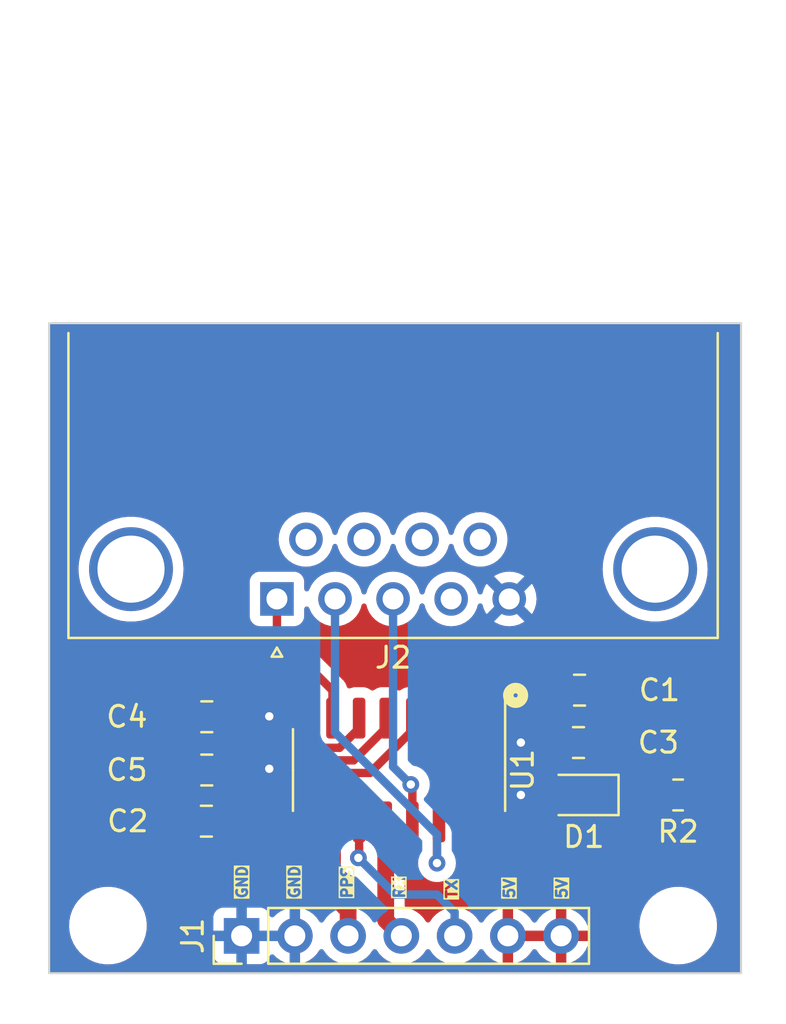
<source format=kicad_pcb>
(kicad_pcb (version 20221018) (generator pcbnew)
  (layers (0 "F.Cu" signal) (31 "B.Cu" signal) (34 "B.Paste" user) (35 "F.Paste" user) (36 "B.SilkS" user "B.Silkscreen") (37 "F.SilkS" user "F.Silkscreen") (38 "B.Mask" user) (39 "F.Mask" user) (44 "Edge.Cuts" user))
  (net 0 "")
  (net 1 "Net-(U1-C1+)")
  (net 2 "Net-(U1-C1-)")
  (net 3 "Net-(U1-C2+)")
  (net 4 "Net-(U1-C2-)")
  (net 5 "Net-(U1-VS+)")
  (net 6 "GND")
  (net 7 "Net-(U1-VS-)")
  (net 8 "+5V")
  (net 9 "/PPS_OUT")
  (net 10 "/TX_OUT")
  (net 11 "/RX_IN")
  (net 17 "Net-(D1-K)")
  (net 20 "/PPS_IN")
  (net 21 "/TX_IN")
  (net 22 "/RX_OUT")
  (footprint "Connector_Dsub:DSUB-9_Female_Horizontal_P2.77x2.84mm_EdgePinOffset9.90mm_Housed_MountingHolesOffset11.32mm" (layer "F.Cu") (at 99.865 58.849531 180)
    (fp_text reference "J2" (at -5.54 -2.8) (layer "F.SilkS"))
    (fp_text value "DE9_Receptacle")
    (fp_line (start -21.025 -1.86) (end 9.945 -1.86) (stroke (width 0.12)) (layer "F.SilkS"))
    (fp_line (start -21.025 12.68) (end -21.025 -1.86) (stroke (width 0.12)) (layer "F.SilkS"))
    (fp_line (start -0.25 -2.754338) (end 0.25 -2.754338) (stroke (width 0.12)) (layer "F.SilkS"))
    (fp_line (start 0 -2.321325) (end -0.25 -2.754338) (stroke (width 0.12)) (layer "F.SilkS"))
    (fp_line (start 0.25 -2.754338) (end 0 -2.321325) (stroke (width 0.12)) (layer "F.SilkS"))
    (fp_line (start 9.945 -1.86) (end 9.945 12.68) (stroke (width 0.12)) (layer "F.SilkS"))
    (pad "0" thru_hole circle (at -18.04 1.42 180) (size 4 4) (drill 3.2) (layers "*.Cu" "*.Mask"))
    (pad "0" thru_hole circle (at 6.96 1.42 180) (size 4 4) (drill 3.2) (layers "*.Cu" "*.Mask"))
    (pad "1" thru_hole rect (at 0 0 180) (size 1.6 1.6) (drill 1) (layers "*.Cu" "*.Mask") (net 9 "/PPS_OUT"))
    (pad "2" thru_hole circle (at -2.77 0 180) (size 1.6 1.6) (drill 1) (layers "*.Cu" "*.Mask") (net 10 "/TX_OUT"))
    (pad "3" thru_hole circle (at -5.54 0 180) (size 1.6 1.6) (drill 1) (layers "*.Cu" "*.Mask") (net 11 "/RX_IN"))
    (pad "4" thru_hole circle (at -8.31 0 180) (size 1.6 1.6) (drill 1) (layers "*.Cu" "*.Mask"))
    (pad "5" thru_hole circle (at -11.08 0 180) (size 1.6 1.6) (drill 1) (layers "*.Cu" "*.Mask") (net 6 "GND"))
    (pad "6" thru_hole circle (at -1.385 2.84 180) (size 1.6 1.6) (drill 1) (layers "*.Cu" "*.Mask"))
    (pad "7" thru_hole circle (at -4.155 2.84 180) (size 1.6 1.6) (drill 1) (layers "*.Cu" "*.Mask"))
    (pad "8" thru_hole circle (at -6.925 2.84 180) (size 1.6 1.6) (drill 1) (layers "*.Cu" "*.Mask"))
    (pad "9" thru_hole circle (at -9.695 2.84 180) (size 1.6 1.6) (drill 1) (layers "*.Cu" "*.Mask"))
  )
  (footprint "Resistor_SMD:R_0805_2012Metric_Pad1.20x1.40mm_HandSolder" (layer "F.Cu") (at 119 68.199531)
    (fp_text reference "R2" (at 0 1.75) (layer "F.SilkS"))
    (fp_text value "200")
    (fp_line (start -0.227064 -0.735) (end 0.227064 -0.735) (stroke (width 0.12)) (layer "F.SilkS"))
    (fp_line (start -0.227064 0.735) (end 0.227064 0.735) (stroke (width 0.12)) (layer "F.SilkS"))
    (pad "1" smd roundrect (at -1 0) (size 1.2 1.4) (layers "F.Cu" "F.Paste" "F.Mask") (roundrect_rratio 0.2083333333) (net 8 "+5V"))
    (pad "2" smd roundrect (at 1 0) (size 1.2 1.4) (layers "F.Cu" "F.Paste" "F.Mask") (roundrect_rratio 0.2083333333) (net 17 "Net-(D1-K)"))
  )
  (footprint "MountingHole:MountingHole_3.2mm_M3_ISO7380" (layer "F.Cu") (at 119.005 74.429531)
    (fp_text reference "H2" hide)
    (fp_text value "MountingHole")
    (pad "" np_thru_hole circle (at 0 0) (size 3.2 3.2) (drill 3.2) (layers "*.Cu" "*.Mask"))
  )
  (footprint "LED_SMD:LED_0805_2012Metric_Pad1.15x1.40mm_HandSolder" (layer "F.Cu") (at 114.3 68.199531 180)
    (fp_text reference "D1" (at -0.2 -2) (layer "F.SilkS"))
    (fp_text value "LED")
    (fp_line (start -1.86 -0.96) (end -1.86 0.96) (stroke (width 0.12)) (layer "F.SilkS"))
    (fp_line (start -1.86 0.96) (end 1 0.96) (stroke (width 0.12)) (layer "F.SilkS"))
    (fp_line (start 1 -0.96) (end -1.86 -0.96) (stroke (width 0.12)) (layer "F.SilkS"))
    (pad "1" smd roundrect (at -1.025 0 180) (size 1.15 1.4) (layers "F.Cu" "F.Paste" "F.Mask") (roundrect_rratio 0.2173913043) (net 17 "Net-(D1-K)"))
    (pad "2" smd roundrect (at 1.025 0 180) (size 1.15 1.4) (layers "F.Cu" "F.Paste" "F.Mask") (roundrect_rratio 0.2173913043) (net 6 "GND"))
  )
  (footprint "Capacitor_SMD:C_0805_2012Metric_Pad1.18x1.45mm_HandSolder" (layer "F.Cu") (at 114.3 63.199531 180)
    (fp_text reference "C1" (at -3.81 0) (layer "F.SilkS"))
    (fp_text value "0.1uF")
    (fp_line (start -0.261252 -0.735) (end 0.261252 -0.735) (stroke (width 0.12)) (layer "F.SilkS"))
    (fp_line (start -0.261252 0.735) (end 0.261252 0.735) (stroke (width 0.12)) (layer "F.SilkS"))
    (pad "1" smd roundrect (at -1.0375 0 180) (size 1.175 1.45) (layers "F.Cu" "F.Paste" "F.Mask") (roundrect_rratio 0.2127659574) (net 1 "Net-(U1-C1+)"))
    (pad "2" smd roundrect (at 1.0375 0 180) (size 1.175 1.45) (layers "F.Cu" "F.Paste" "F.Mask") (roundrect_rratio 0.2127659574) (net 2 "Net-(U1-C1-)"))
  )
  (footprint "Capacitor_SMD:C_0805_2012Metric_Pad1.18x1.45mm_HandSolder" (layer "F.Cu") (at 114.25 65.699531 180)
    (fp_text reference "C3" (at -3.81 0) (layer "F.SilkS"))
    (fp_text value "0.47uF")
    (fp_line (start -0.261252 -0.735) (end 0.261252 -0.735) (stroke (width 0.12)) (layer "F.SilkS"))
    (fp_line (start -0.261252 0.735) (end 0.261252 0.735) (stroke (width 0.12)) (layer "F.SilkS"))
    (pad "1" smd roundrect (at -1.0375 0 180) (size 1.175 1.45) (layers "F.Cu" "F.Paste" "F.Mask") (roundrect_rratio 0.2127659574) (net 5 "Net-(U1-VS+)"))
    (pad "2" smd roundrect (at 1.0375 0 180) (size 1.175 1.45) (layers "F.Cu" "F.Paste" "F.Mask") (roundrect_rratio 0.2127659574) (net 6 "GND"))
  )
  (footprint "Capacitor_SMD:C_0805_2012Metric_Pad1.18x1.45mm_HandSolder" (layer "F.Cu") (at 96.5 69.449531 180)
    (fp_text reference "C2" (at 3.75 0) (layer "F.SilkS"))
    (fp_text value "0.47uF")
    (fp_line (start -0.261252 -0.735) (end 0.261252 -0.735) (stroke (width 0.12)) (layer "F.SilkS"))
    (fp_line (start -0.261252 0.735) (end 0.261252 0.735) (stroke (width 0.12)) (layer "F.SilkS"))
    (pad "1" smd roundrect (at -1.0375 0 180) (size 1.175 1.45) (layers "F.Cu" "F.Paste" "F.Mask") (roundrect_rratio 0.2127659574) (net 3 "Net-(U1-C2+)"))
    (pad "2" smd roundrect (at 1.0375 0 180) (size 1.175 1.45) (layers "F.Cu" "F.Paste" "F.Mask") (roundrect_rratio 0.2127659574) (net 4 "Net-(U1-C2-)"))
  )
  (footprint "MountingHole:MountingHole_3.2mm_M3_ISO7380" (layer "F.Cu") (at 91.805 74.429531)
    (fp_text reference "H1" hide)
    (fp_text value "MountingHole")
    (pad "" np_thru_hole circle (at 0 0) (size 3.2 3.2) (drill 3.2) (layers "*.Cu" "*.Mask"))
  )
  (footprint "Capacitor_SMD:C_0805_2012Metric_Pad1.18x1.45mm_HandSolder" (layer "F.Cu") (at 96.52 64.469531)
    (fp_text reference "C4" (at -3.81 0) (layer "F.SilkS"))
    (fp_text value "0.47uF")
    (fp_line (start -0.261252 -0.735) (end 0.261252 -0.735) (stroke (width 0.12)) (layer "F.SilkS"))
    (fp_line (start -0.261252 0.735) (end 0.261252 0.735) (stroke (width 0.12)) (layer "F.SilkS"))
    (pad "1" smd roundrect (at -1.0375 0) (size 1.175 1.45) (layers "F.Cu" "F.Paste" "F.Mask") (roundrect_rratio 0.2127659574) (net 7 "Net-(U1-VS-)"))
    (pad "2" smd roundrect (at 1.0375 0) (size 1.175 1.45) (layers "F.Cu" "F.Paste" "F.Mask") (roundrect_rratio 0.2127659574) (net 6 "GND"))
  )
  (footprint "Capacitor_SMD:C_0805_2012Metric_Pad1.18x1.45mm_HandSolder" (layer "F.Cu") (at 96.52 67.009531)
    (fp_text reference "C5" (at -3.81 0) (layer "F.SilkS"))
    (fp_text value "0.1uF")
    (fp_line (start -0.261252 -0.735) (end 0.261252 -0.735) (stroke (width 0.12)) (layer "F.SilkS"))
    (fp_line (start -0.261252 0.735) (end 0.261252 0.735) (stroke (width 0.12)) (layer "F.SilkS"))
    (pad "1" smd roundrect (at -1.0375 0) (size 1.175 1.45) (layers "F.Cu" "F.Paste" "F.Mask") (roundrect_rratio 0.2127659574) (net 8 "+5V"))
    (pad "2" smd roundrect (at 1.0375 0) (size 1.175 1.45) (layers "F.Cu" "F.Paste" "F.Mask") (roundrect_rratio 0.2127659574) (net 6 "GND"))
  )
  (footprint "Package_SO:SOIC-16_3.9x9.9mm_P1.27mm" (layer "F.Cu") (at 105.69 67.009531 -90)
    (fp_text reference "U1" (at 0 -5.9 90) (layer "F.SilkS"))
    (fp_text value "MAX3232")
    (fp_line (start 0 -5.06) (end -3.45 -5.06) (stroke (width 0.12)) (layer "F.SilkS"))
    (fp_line (start 0 -5.06) (end 1.95 -5.06) (stroke (width 0.12)) (layer "F.SilkS"))
    (fp_line (start 0 5.06) (end -1.95 5.06) (stroke (width 0.12)) (layer "F.SilkS"))
    (fp_line (start 0 5.06) (end 1.95 5.06) (stroke (width 0.12)) (layer "F.SilkS"))
    (pad "1" smd roundrect (at -2.475 -4.445 270) (size 1.95 0.6) (layers "F.Cu" "F.Paste" "F.Mask") (net 1 "Net-(U1-C1+)"))
    (pad "2" smd roundrect (at -2.475 -3.175 270) (size 1.95 0.6) (layers "F.Cu" "F.Paste" "F.Mask") (net 5 "Net-(U1-VS+)"))
    (pad "3" smd roundrect (at -2.475 -1.905 270) (size 1.95 0.6) (layers "F.Cu" "F.Paste" "F.Mask") (net 2 "Net-(U1-C1-)"))
    (pad "4" smd roundrect (at -2.475 -0.635 270) (size 1.95 0.6) (layers "F.Cu" "F.Paste" "F.Mask") (net 3 "Net-(U1-C2+)"))
    (pad "5" smd roundrect (at -2.475 0.635 270) (size 1.95 0.6) (layers "F.Cu" "F.Paste" "F.Mask") (net 4 "Net-(U1-C2-)"))
    (pad "6" smd roundrect (at -2.475 1.905 270) (size 1.95 0.6) (layers "F.Cu" "F.Paste" "F.Mask") (net 7 "Net-(U1-VS-)"))
    (pad "7" smd roundrect (at -2.475 3.175 270) (size 1.95 0.6) (layers "F.Cu" "F.Paste" "F.Mask") (net 9 "/PPS_OUT"))
    (pad "8" smd roundrect (at -2.475 4.445 270) (size 1.95 0.6) (layers "F.Cu" "F.Paste" "F.Mask"))
    (pad "9" smd roundrect (at 2.475 4.445 270) (size 1.95 0.6) (layers "F.Cu" "F.Paste" "F.Mask"))
    (pad "10" smd roundrect (at 2.475 3.175 270) (size 1.95 0.6) (layers "F.Cu" "F.Paste" "F.Mask") (net 20 "/PPS_IN"))
    (pad "11" smd roundrect (at 2.475 1.905 270) (size 1.95 0.6) (layers "F.Cu" "F.Paste" "F.Mask") (net 21 "/TX_IN"))
    (pad "12" smd roundrect (at 2.475 0.635 270) (size 1.95 0.6) (layers "F.Cu" "F.Paste" "F.Mask") (net 22 "/RX_OUT"))
    (pad "13" smd roundrect (at 2.475 -0.635 270) (size 1.95 0.6) (layers "F.Cu" "F.Paste" "F.Mask") (net 11 "/RX_IN"))
    (pad "14" smd roundrect (at 2.475 -1.905 270) (size 1.95 0.6) (layers "F.Cu" "F.Paste" "F.Mask") (net 10 "/TX_OUT"))
    (pad "15" smd roundrect (at 2.475 -3.175 270) (size 1.95 0.6) (layers "F.Cu" "F.Paste" "F.Mask") (net 6 "GND"))
    (pad "16" smd roundrect (at 2.475 -4.445 270) (size 1.95 0.6) (layers "F.Cu" "F.Paste" "F.Mask") (net 8 "+5V"))
  )
  (footprint "Connector_PinHeader_2.54mm:PinHeader_1x07_P2.54mm_Vertical" (layer "F.Cu") (at 98.18 74.919531 90)
    (fp_text reference "J1" (at 0 -2.33 90) (layer "F.SilkS"))
    (fp_text value "Conn_01x07_Pin")
    (fp_line (start -1.33 -1.33) (end 0 -1.33) (stroke (width 0.12)) (layer "F.SilkS"))
    (fp_line (start -1.33 0) (end -1.33 -1.33) (stroke (width 0.12)) (layer "F.SilkS"))
    (fp_line (start -1.33 1.27) (end -1.33 16.57) (stroke (width 0.12)) (layer "F.SilkS"))
    (fp_line (start -1.33 1.27) (end 1.33 1.27) (stroke (width 0.12)) (layer "F.SilkS"))
    (fp_line (start -1.33 16.57) (end 1.33 16.57) (stroke (width 0.12)) (layer "F.SilkS"))
    (fp_line (start 1.33 1.27) (end 1.33 16.57) (stroke (width 0.12)) (layer "F.SilkS"))
    (pad "1" thru_hole rect (at 0 0 90) (size 1.7 1.7) (drill 1) (layers "*.Cu" "*.Mask") (net 6 "GND"))
    (pad "2" thru_hole oval (at 0 2.54 90) (size 1.7 1.7) (drill 1) (layers "*.Cu" "*.Mask") (net 6 "GND"))
    (pad "3" thru_hole oval (at 0 5.08 90) (size 1.7 1.7) (drill 1) (layers "*.Cu" "*.Mask") (net 20 "/PPS_IN"))
    (pad "4" thru_hole oval (at 0 7.62 90) (size 1.7 1.7) (drill 1) (layers "*.Cu" "*.Mask") (net 22 "/RX_OUT"))
    (pad "5" thru_hole oval (at 0 10.16 90) (size 1.7 1.7) (drill 1) (layers "*.Cu" "*.Mask") (net 21 "/TX_IN"))
    (pad "6" thru_hole oval (at 0 12.7 90) (size 1.7 1.7) (drill 1) (layers "*.Cu" "*.Mask") (net 8 "+5V"))
    (pad "7" thru_hole oval (at 0 15.24 90) (size 1.7 1.7) (drill 1) (layers "*.Cu" "*.Mask") (net 8 "+5V"))
  )
  (gr_circle (center 111.25 63.449531) (end 111.35 63.449531) (stroke (width 0.5)) (fill none) (layer "F.SilkS"))
  (gr_rect (start 89 45.699531) (end 122 76.699531) (stroke (width 0.1)) (fill none) (layer "Edge.Cuts"))
  (gr_text "GND" (at 101 73.199531 90) (layer "F.SilkS" knockout) (effects (font (size 0.5 0.5) (thickness 0.125)) (justify left bottom)))
  (gr_text "RX" (at 106 73.199531 90) (layer "F.SilkS" knockout) (effects (font (size 0.5 0.5) (thickness 0.125)) (justify left bottom)))
  (gr_text "GND" (at 98.5 73.199531 90) (layer "F.SilkS" knockout) (effects (font (size 0.5 0.5) (thickness 0.125)) (justify left bottom)))
  (gr_text "TX" (at 108.5 73.199531 90) (layer "F.SilkS" knockout) (effects (font (size 0.5 0.5) (thickness 0.125)) (justify left bottom)))
  (gr_text "PPS" (at 103.5 73.199531 90) (layer "F.SilkS" knockout) (effects (font (size 0.5 0.5) (thickness 0.125)) (justify left bottom)))
  (gr_text "5V" (at 111.25 73.199531 90) (layer "F.SilkS" knockout) (effects (font (size 0.5 0.5) (thickness 0.125)) (justify left bottom)))
  (gr_text "5V" (at 113.75 73.199531 90) (layer "F.SilkS" knockout) (effects (font (size 0.5 0.5) (thickness 0.125)) (justify left bottom)))
  (segment (start 114.0025 64.534531) (end 115.3375 63.199531) (width 0.4) (layer "F.Cu") (net 1))
  (segment (start 110.135 64.534531) (end 114.0025 64.534531) (width 0.4) (layer "F.Cu") (net 1))
  (segment (start 107.595 64.534531) (end 107.595 64.051714) (width 0.4) (layer "F.Cu") (net 2))
  (segment (start 113.2225 63.159531) (end 113.2625 63.199531) (width 0.4) (layer "F.Cu") (net 2))
  (segment (start 107.595 64.051714) (end 108.487183 63.159531) (width 0.4) (layer "F.Cu") (net 2))
  (segment (start 108.487183 63.159531) (end 113.2225 63.159531) (width 0.4) (layer "F.Cu") (net 2))
  (segment (start 97.5375 69.449531) (end 99.527183 69.449531) (width 0.4) (layer "F.Cu") (net 3))
  (segment (start 106.325 65.124531) (end 106.325 64.534531) (width 0.4) (layer "F.Cu") (net 3))
  (segment (start 101.827183 67.149531) (end 104.3 67.149531) (width 0.4) (layer "F.Cu") (net 3))
  (segment (start 104.3 67.149531) (end 106.325 65.124531) (width 0.4) (layer "F.Cu") (net 3))
  (segment (start 99.527183 69.449531) (end 101.827183 67.149531) (width 0.4) (layer "F.Cu") (net 3))
  (segment (start 105.055 65.017348) (end 105.055 64.534531) (width 0.4) (layer "F.Cu") (net 4))
  (segment (start 96.5875 68.324531) (end 99.625 68.324531) (width 0.4) (layer "F.Cu") (net 4))
  (segment (start 101.4 66.549531) (end 103.522817 66.549531) (width 0.4) (layer "F.Cu") (net 4))
  (segment (start 99.625 68.324531) (end 101.4 66.549531) (width 0.4) (layer "F.Cu") (net 4))
  (segment (start 95.4625 69.449531) (end 96.5875 68.324531) (width 0.4) (layer "F.Cu") (net 4))
  (segment (start 103.522817 66.549531) (end 105.055 65.017348) (width 0.4) (layer "F.Cu") (net 4))
  (segment (start 110.625 66.824531) (end 108.865 65.064531) (width 0.4) (layer "F.Cu") (net 5))
  (segment (start 114.1625 66.824531) (end 110.625 66.824531) (width 0.4) (layer "F.Cu") (net 5))
  (segment (start 108.865 65.064531) (end 108.865 64.534531) (width 0.4) (layer "F.Cu") (net 5))
  (segment (start 115.2875 65.699531) (end 114.1625 66.824531) (width 0.4) (layer "F.Cu") (net 5))
  (segment (start 109.917183 67.949531) (end 111.25 67.949531) (width 0.4) (layer "F.Cu") (net 6))
  (segment (start 108.865 69.001714) (end 109.917183 67.949531) (width 0.4) (layer "F.Cu") (net 6))
  (segment (start 108.865 69.484531) (end 108.865 69.001714) (width 0.4) (layer "F.Cu") (net 6))
  (segment (start 97.5575 64.469531) (end 99.48 64.469531) (width 0.4) (layer "F.Cu") (net 6))
  (segment (start 99.48 64.469531) (end 99.5 64.449531) (width 0.4) (layer "F.Cu") (net 6))
  (segment (start 113.275 68.199531) (end 111.5 68.199531) (width 0.4) (layer "F.Cu") (net 6))
  (segment (start 99.44 67.009531) (end 99.5 66.949531) (width 0.4) (layer "F.Cu") (net 6))
  (segment (start 111.25 67.949531) (end 111.5 68.199531) (width 0.4) (layer "F.Cu") (net 6))
  (segment (start 97.5575 67.009531) (end 99.44 67.009531) (width 0.4) (layer "F.Cu") (net 6))
  (segment (start 113.2125 65.699531) (end 111.5 65.699531) (width 0.4) (layer "F.Cu") (net 6))
  (via (at 99.5 64.449531) (size 0.8) (drill 0.4) (layers "F.Cu" "B.Cu") (net 6))
  (via (at 111.5 68.199531) (size 0.8) (drill 0.4) (layers "F.Cu" "B.Cu") (net 6))
  (via (at 99.5 66.949531) (size 0.8) (drill 0.4) (layers "F.Cu" "B.Cu") (net 6))
  (via (at 111.5 65.699531) (size 0.8) (drill 0.4) (layers "F.Cu" "B.Cu") (net 6))
  (segment (start 103.785 65.017348) (end 103.785 64.534531) (width 0.4) (layer "F.Cu") (net 7))
  (segment (start 95.4825 64.469531) (end 96.8975 65.884531) (width 0.4) (layer "F.Cu") (net 7))
  (segment (start 96.8975 65.884531) (end 100.815 65.884531) (width 0.4) (layer "F.Cu") (net 7))
  (segment (start 100.815 65.884531) (end 100.88 65.949531) (width 0.4) (layer "F.Cu") (net 7))
  (segment (start 102.852817 65.949531) (end 103.785 65.017348) (width 0.4) (layer "F.Cu") (net 7))
  (segment (start 100.88 65.949531) (end 102.852817 65.949531) (width 0.4) (layer "F.Cu") (net 7))
  (segment (start 102.515 63.214531) (end 102.515 64.534531) (width 0.4) (layer "F.Cu") (net 9))
  (segment (start 99.865 58.849531) (end 99.865 60.564531) (width 0.4) (layer "F.Cu") (net 9))
  (segment (start 99.865 60.564531) (end 102.515 63.214531) (width 0.4) (layer "F.Cu") (net 9))
  (segment (start 107.5 71.449531) (end 107.5 69.579531) (width 0.4) (layer "F.Cu") (net 10))
  (segment (start 107.5 69.579531) (end 107.595 69.484531) (width 0.4) (layer "F.Cu") (net 10))
  (via (at 107.5 71.449531) (size 0.8) (drill 0.4) (layers "F.Cu" "B.Cu") (net 10))
  (segment (start 107.5 70.080902) (end 102.635 65.215902) (width 0.4) (layer "B.Cu") (net 10))
  (segment (start 107.5 71.449531) (end 107.5 70.080902) (width 0.4) (layer "B.Cu") (net 10))
  (segment (start 102.635 65.215902) (end 102.635 58.849531) (width 0.4) (layer "B.Cu") (net 10))
  (segment (start 106.325 67.774531) (end 106.25 67.699531) (width 0.4) (layer "F.Cu") (net 11))
  (segment (start 106.325 69.484531) (end 106.325 67.774531) (width 0.4) (layer "F.Cu") (net 11))
  (via (at 106.25 67.699531) (size 0.8) (drill 0.4) (layers "F.Cu" "B.Cu") (net 11))
  (segment (start 105.405 66.854531) (end 105.405 58.849531) (width 0.4) (layer "B.Cu") (net 11))
  (segment (start 106.25 67.699531) (end 105.405 66.854531) (width 0.4) (layer "B.Cu") (net 11))
  (segment (start 120 68.199531) (end 118.9 69.299531) (width 0.4) (layer "F.Cu") (net 17))
  (segment (start 118.9 69.299531) (end 116.425 69.299531) (width 0.4) (layer "F.Cu") (net 17))
  (segment (start 116.425 69.299531) (end 115.325 68.199531) (width 0.4) (layer "F.Cu") (net 17))
  (segment (start 103.26 73.709531) (end 103.26 74.919531) (width 0.8) (layer "F.Cu") (net 20))
  (segment (start 102.515 72.964531) (end 103.26 73.709531) (width 0.8) (layer "F.Cu") (net 20))
  (segment (start 102.515 69.484531) (end 102.515 72.964531) (width 0.8) (layer "F.Cu") (net 20))
  (segment (start 103.785 71.164531) (end 103.75 71.199531) (width 0.4) (layer "F.Cu") (net 21))
  (segment (start 103.785 69.484531) (end 103.785 71.164531) (width 0.4) (layer "F.Cu") (net 21))
  (via (at 103.75 71.199531) (size 0.8) (drill 0.4) (layers "F.Cu" "B.Cu") (net 21))
  (segment (start 103.75 71.199531) (end 105.5 72.949531) (width 0.4) (layer "B.Cu") (net 21))
  (segment (start 107.5 72.949531) (end 108.34 73.789531) (width 0.4) (layer "B.Cu") (net 21))
  (segment (start 105.5 72.949531) (end 107.5 72.949531) (width 0.4) (layer "B.Cu") (net 21))
  (segment (start 108.34 73.789531) (end 108.34 74.919531) (width 0.4) (layer "B.Cu") (net 21))
  (segment (start 105.055 69.484531) (end 105.055 74.174531) (width 0.8) (layer "F.Cu") (net 22))
  (segment (start 105.055 74.174531) (end 105.8 74.919531) (width 0.8) (layer "F.Cu") (net 22))
  (zone (net 8) (net_name "+5V") (layer "F.Cu") (connect_pads (clearance 0.5)) (min_thickness 0.25) (fill yes (thermal_gap 0.5) (thermal_bridge_width 0.5))
    (polygon (pts (xy 87.97 45.329531) (xy 88.33 77.889531) (xy 122.33 78.249531) (xy 122.25 44.409531)))
  )
  (zone (net 6) (net_name "GND") (layer "B.Cu") (priority 1) (connect_pads (clearance 0.5)) (min_thickness 0.25) (fill yes (thermal_gap 0.5) (thermal_bridge_width 0.5))
    (polygon (pts (xy 87.13 44.809531) (xy 87.41 79.019531) (xy 122.49 78.899531) (xy 122.21 44.729531)))
  )
)
</source>
